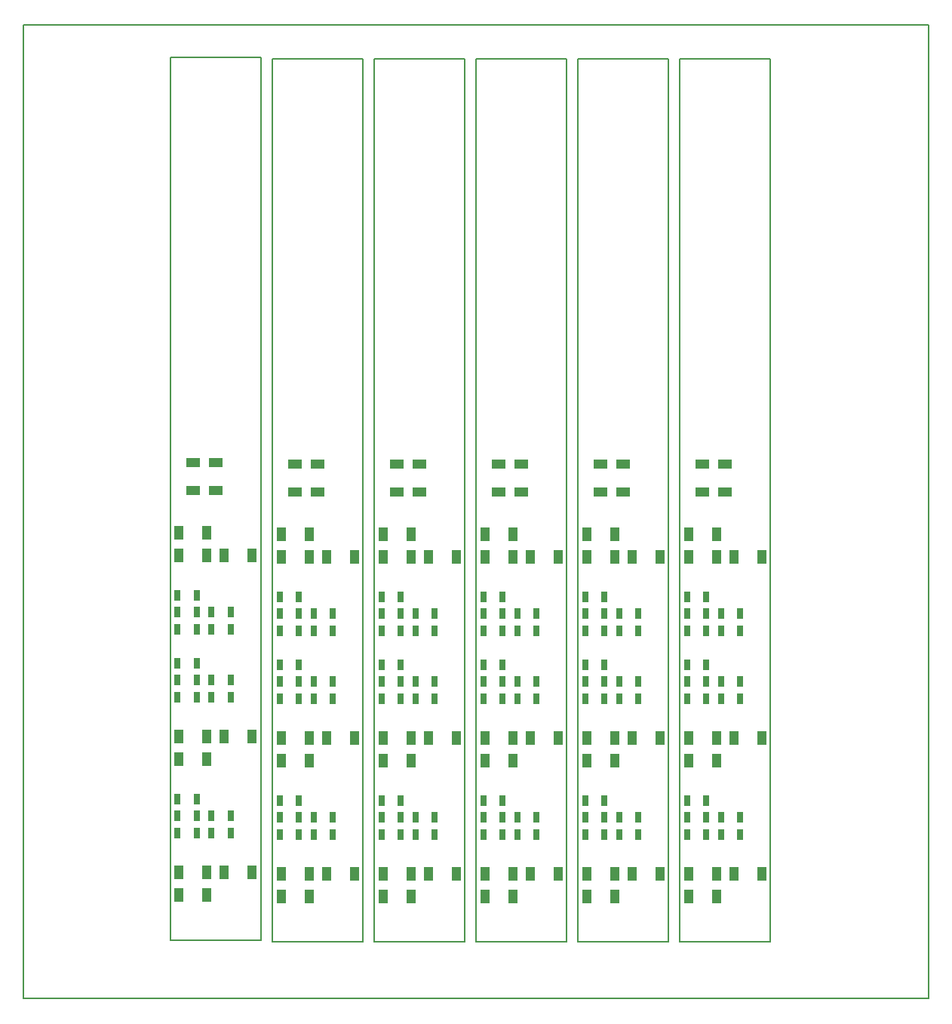
<source format=gtp>
G04 PROTEUS RS274X GERBER FILE*
%FSLAX45Y45*%
%MOMM*%
G01*
%ADD13C,0.203200*%
%ADD18R,0.762000X1.270000*%
%ADD19R,1.524000X1.016000*%
%ADD70R,1.016000X1.524000*%
%ADD71R,0.762000X1.143000*%
%ADD20R,0.762000X1.219200*%
D13*
X-3435294Y-2648588D02*
X-2419294Y-2648588D01*
X-2419294Y+7257412D01*
X-3435294Y+7257412D01*
X-3435294Y-2648588D01*
X-3435294Y-2648588D01*
X-2286000Y-2667000D02*
X-1270000Y-2667000D01*
X-1270000Y+7239000D01*
X-2286000Y+7239000D01*
X-2286000Y-2667000D01*
X-2286000Y-2667000D01*
X-1143000Y-2667000D02*
X-127000Y-2667000D01*
X-127000Y+7239000D01*
X-1143000Y+7239000D01*
X-1143000Y-2667000D01*
X-1143000Y-2667000D01*
X+0Y-2667000D02*
X+1016000Y-2667000D01*
X+1016000Y+7239000D01*
X+0Y+7239000D01*
X+0Y-2667000D01*
X+0Y-2667000D01*
X+1143000Y-2667000D02*
X+2159000Y-2667000D01*
X+2159000Y+7239000D01*
X+1143000Y+7239000D01*
X+1143000Y-2667000D01*
X+1143000Y-2667000D01*
X+2286000Y-2667000D02*
X+3302000Y-2667000D01*
X+3302000Y+7239000D01*
X+2286000Y+7239000D01*
X+2286000Y-2667000D01*
X+2286000Y-2667000D01*
D18*
X-3138114Y+843912D03*
X-3351474Y+843912D03*
X-3138114Y+1034412D03*
X-3351474Y+1034412D03*
X-3138114Y+1224912D03*
X-3351474Y+1224912D03*
X-3138114Y+81912D03*
X-3351474Y+81912D03*
X-3138114Y+272412D03*
X-3351474Y+272412D03*
X-3138114Y+462912D03*
X-3351474Y+462912D03*
X-3138114Y-1442088D03*
X-3351474Y-1442088D03*
X-3138114Y-1251588D03*
X-3351474Y-1251588D03*
X-3138114Y-1061088D03*
X-3351474Y-1061088D03*
D19*
X-3181294Y+2715892D03*
X-3181294Y+2400932D03*
X-2927294Y+2715892D03*
X-2927294Y+2400932D03*
D70*
X-3338774Y+1923412D03*
X-3023814Y+1923412D03*
X-3338774Y-616588D03*
X-3023814Y-616588D03*
X-3338774Y-2140588D03*
X-3023814Y-2140588D03*
X-3338774Y+1669412D03*
X-3023814Y+1669412D03*
X-3338774Y-362588D03*
X-3023814Y-362588D03*
X-3338774Y-1886588D03*
X-3023814Y-1886588D03*
X-2830774Y+1669412D03*
X-2515814Y+1669412D03*
X-2830774Y-362588D03*
X-2515814Y-362588D03*
X-2830774Y-1886588D03*
X-2515814Y-1886588D03*
D71*
X-2757114Y+81912D03*
X-2970474Y+81912D03*
D20*
X-2970474Y+1034412D03*
X-2757114Y+1034412D03*
X-2970474Y+272412D03*
X-2757114Y+272412D03*
X-2970474Y-1251588D03*
X-2757114Y-1251588D03*
D71*
X-2757114Y-1442088D03*
X-2970474Y-1442088D03*
X-2757114Y+843912D03*
X-2970474Y+843912D03*
D18*
X-1988820Y+825500D03*
X-2202180Y+825500D03*
X-1988820Y+1016000D03*
X-2202180Y+1016000D03*
X-1988820Y+1206500D03*
X-2202180Y+1206500D03*
X-1988820Y+63500D03*
X-2202180Y+63500D03*
X-1988820Y+254000D03*
X-2202180Y+254000D03*
X-1988820Y+444500D03*
X-2202180Y+444500D03*
X-1988820Y-1460500D03*
X-2202180Y-1460500D03*
X-1988820Y-1270000D03*
X-2202180Y-1270000D03*
X-1988820Y-1079500D03*
X-2202180Y-1079500D03*
D19*
X-2032000Y+2697480D03*
X-2032000Y+2382520D03*
X-1778000Y+2697480D03*
X-1778000Y+2382520D03*
D70*
X-2189480Y+1905000D03*
X-1874520Y+1905000D03*
X-2189480Y-635000D03*
X-1874520Y-635000D03*
X-2189480Y-2159000D03*
X-1874520Y-2159000D03*
X-2189480Y+1651000D03*
X-1874520Y+1651000D03*
X-2189480Y-381000D03*
X-1874520Y-381000D03*
X-2189480Y-1905000D03*
X-1874520Y-1905000D03*
X-1681480Y+1651000D03*
X-1366520Y+1651000D03*
X-1681480Y-381000D03*
X-1366520Y-381000D03*
X-1681480Y-1905000D03*
X-1366520Y-1905000D03*
D71*
X-1607820Y+63500D03*
X-1821180Y+63500D03*
D20*
X-1821180Y+1016000D03*
X-1607820Y+1016000D03*
X-1821180Y+254000D03*
X-1607820Y+254000D03*
X-1821180Y-1270000D03*
X-1607820Y-1270000D03*
D71*
X-1607820Y-1460500D03*
X-1821180Y-1460500D03*
X-1607820Y+825500D03*
X-1821180Y+825500D03*
D18*
X-845820Y+825500D03*
X-1059180Y+825500D03*
X-845820Y+1016000D03*
X-1059180Y+1016000D03*
X-845820Y+1206500D03*
X-1059180Y+1206500D03*
X-845820Y+63500D03*
X-1059180Y+63500D03*
X-845820Y+254000D03*
X-1059180Y+254000D03*
X-845820Y+444500D03*
X-1059180Y+444500D03*
X-845820Y-1460500D03*
X-1059180Y-1460500D03*
X-845820Y-1270000D03*
X-1059180Y-1270000D03*
X-845820Y-1079500D03*
X-1059180Y-1079500D03*
D19*
X-889000Y+2697480D03*
X-889000Y+2382520D03*
X-635000Y+2697480D03*
X-635000Y+2382520D03*
D70*
X-1046480Y+1905000D03*
X-731520Y+1905000D03*
X-1046480Y-635000D03*
X-731520Y-635000D03*
X-1046480Y-2159000D03*
X-731520Y-2159000D03*
X-1046480Y+1651000D03*
X-731520Y+1651000D03*
X-1046480Y-381000D03*
X-731520Y-381000D03*
X-1046480Y-1905000D03*
X-731520Y-1905000D03*
X-538480Y+1651000D03*
X-223520Y+1651000D03*
X-538480Y-381000D03*
X-223520Y-381000D03*
X-538480Y-1905000D03*
X-223520Y-1905000D03*
D71*
X-464820Y+63500D03*
X-678180Y+63500D03*
D20*
X-678180Y+1016000D03*
X-464820Y+1016000D03*
X-678180Y+254000D03*
X-464820Y+254000D03*
X-678180Y-1270000D03*
X-464820Y-1270000D03*
D71*
X-464820Y-1460500D03*
X-678180Y-1460500D03*
X-464820Y+825500D03*
X-678180Y+825500D03*
D18*
X+297180Y+825500D03*
X+83820Y+825500D03*
X+297180Y+1016000D03*
X+83820Y+1016000D03*
X+297180Y+1206500D03*
X+83820Y+1206500D03*
X+297180Y+63500D03*
X+83820Y+63500D03*
X+297180Y+254000D03*
X+83820Y+254000D03*
X+297180Y+444500D03*
X+83820Y+444500D03*
X+297180Y-1460500D03*
X+83820Y-1460500D03*
X+297180Y-1270000D03*
X+83820Y-1270000D03*
X+297180Y-1079500D03*
X+83820Y-1079500D03*
D19*
X+254000Y+2697480D03*
X+254000Y+2382520D03*
X+508000Y+2697480D03*
X+508000Y+2382520D03*
D70*
X+96520Y+1905000D03*
X+411480Y+1905000D03*
X+96520Y-635000D03*
X+411480Y-635000D03*
X+96520Y-2159000D03*
X+411480Y-2159000D03*
X+96520Y+1651000D03*
X+411480Y+1651000D03*
X+96520Y-381000D03*
X+411480Y-381000D03*
X+96520Y-1905000D03*
X+411480Y-1905000D03*
X+604520Y+1651000D03*
X+919480Y+1651000D03*
X+604520Y-381000D03*
X+919480Y-381000D03*
X+604520Y-1905000D03*
X+919480Y-1905000D03*
D71*
X+678180Y+63500D03*
X+464820Y+63500D03*
D20*
X+464820Y+1016000D03*
X+678180Y+1016000D03*
X+464820Y+254000D03*
X+678180Y+254000D03*
X+464820Y-1270000D03*
X+678180Y-1270000D03*
D71*
X+678180Y-1460500D03*
X+464820Y-1460500D03*
X+678180Y+825500D03*
X+464820Y+825500D03*
D18*
X+1440180Y+825500D03*
X+1226820Y+825500D03*
X+1440180Y+1016000D03*
X+1226820Y+1016000D03*
X+1440180Y+1206500D03*
X+1226820Y+1206500D03*
X+1440180Y+63500D03*
X+1226820Y+63500D03*
X+1440180Y+254000D03*
X+1226820Y+254000D03*
X+1440180Y+444500D03*
X+1226820Y+444500D03*
X+1440180Y-1460500D03*
X+1226820Y-1460500D03*
X+1440180Y-1270000D03*
X+1226820Y-1270000D03*
X+1440180Y-1079500D03*
X+1226820Y-1079500D03*
D19*
X+1397000Y+2697480D03*
X+1397000Y+2382520D03*
X+1651000Y+2697480D03*
X+1651000Y+2382520D03*
D70*
X+1239520Y+1905000D03*
X+1554480Y+1905000D03*
X+1239520Y-635000D03*
X+1554480Y-635000D03*
X+1239520Y-2159000D03*
X+1554480Y-2159000D03*
X+1239520Y+1651000D03*
X+1554480Y+1651000D03*
X+1239520Y-381000D03*
X+1554480Y-381000D03*
X+1239520Y-1905000D03*
X+1554480Y-1905000D03*
X+1747520Y+1651000D03*
X+2062480Y+1651000D03*
X+1747520Y-381000D03*
X+2062480Y-381000D03*
X+1747520Y-1905000D03*
X+2062480Y-1905000D03*
D71*
X+1821180Y+63500D03*
X+1607820Y+63500D03*
D20*
X+1607820Y+1016000D03*
X+1821180Y+1016000D03*
X+1607820Y+254000D03*
X+1821180Y+254000D03*
X+1607820Y-1270000D03*
X+1821180Y-1270000D03*
D71*
X+1821180Y-1460500D03*
X+1607820Y-1460500D03*
X+1821180Y+825500D03*
X+1607820Y+825500D03*
D18*
X+2583180Y+825500D03*
X+2369820Y+825500D03*
X+2583180Y+1016000D03*
X+2369820Y+1016000D03*
X+2583180Y+1206500D03*
X+2369820Y+1206500D03*
X+2583180Y+63500D03*
X+2369820Y+63500D03*
X+2583180Y+254000D03*
X+2369820Y+254000D03*
X+2583180Y+444500D03*
X+2369820Y+444500D03*
X+2583180Y-1460500D03*
X+2369820Y-1460500D03*
X+2583180Y-1270000D03*
X+2369820Y-1270000D03*
X+2583180Y-1079500D03*
X+2369820Y-1079500D03*
D19*
X+2540000Y+2697480D03*
X+2540000Y+2382520D03*
X+2794000Y+2697480D03*
X+2794000Y+2382520D03*
D70*
X+2382520Y+1905000D03*
X+2697480Y+1905000D03*
X+2382520Y-635000D03*
X+2697480Y-635000D03*
X+2382520Y-2159000D03*
X+2697480Y-2159000D03*
X+2382520Y+1651000D03*
X+2697480Y+1651000D03*
X+2382520Y-381000D03*
X+2697480Y-381000D03*
X+2382520Y-1905000D03*
X+2697480Y-1905000D03*
X+2890520Y+1651000D03*
X+3205480Y+1651000D03*
X+2890520Y-381000D03*
X+3205480Y-381000D03*
X+2890520Y-1905000D03*
X+3205480Y-1905000D03*
D71*
X+2964180Y+63500D03*
X+2750820Y+63500D03*
D20*
X+2750820Y+1016000D03*
X+2964180Y+1016000D03*
X+2750820Y+254000D03*
X+2964180Y+254000D03*
X+2750820Y-1270000D03*
X+2964180Y-1270000D03*
D71*
X+2964180Y-1460500D03*
X+2750820Y-1460500D03*
X+2964180Y+825500D03*
X+2750820Y+825500D03*
D13*
X-5080000Y-3302000D02*
X+5080000Y-3302000D01*
X+5080000Y+7620000D01*
X-5080000Y+7620000D01*
X-5080000Y-3302000D01*
M02*

</source>
